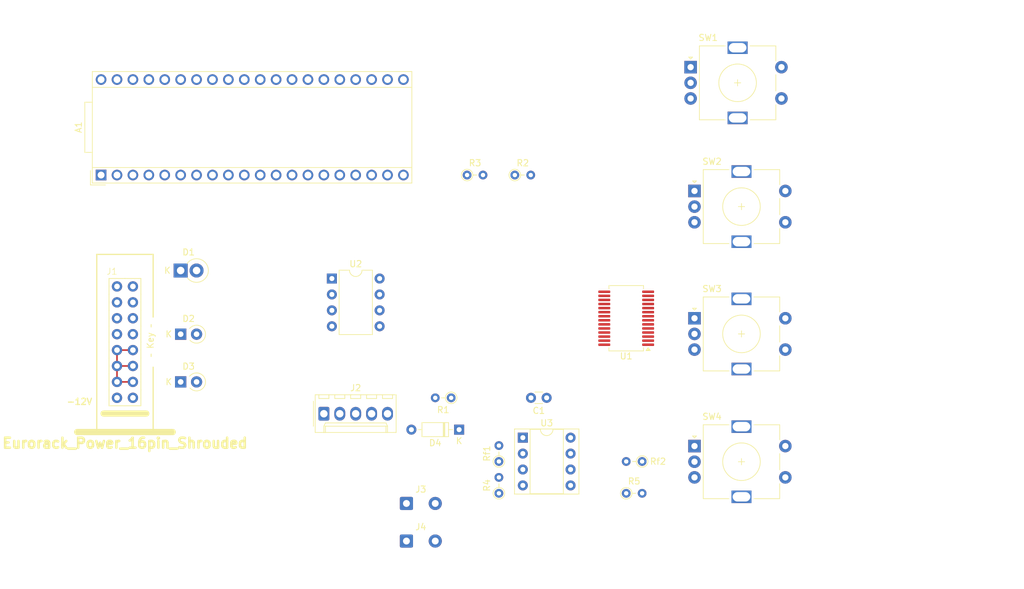
<source format=kicad_pcb>
(kicad_pcb (version 20241229) (generator "pcbnew") (generator_version "9.0")
  (layers (0 "F.Cu" signal) (2 "B.Cu" signal) (13 "F.Paste" user) (15 "B.Paste" user) (5 "F.SilkS" user "F.Silkscreen") (7 "B.SilkS" user "B.Silkscreen") (1 "F.Mask" user) (3 "B.Mask" user) (25 "Edge.Cuts" user))
  (net 0 "")
  (net 12 "Net-(A1-I2C1_SCL)")
  (net 13 "Net-(A1-I2C1_SDA)")
  (net 15 "/MIDI UART1")
  (net 18 "/Line_Audio L")
  (net 19 "/Line_Audio R")
  (net 20 "GND")
  (net 31 "/INT A")
  (net 32 "/INT B")
  (net 39 "+5V")
  (net 40 "/Euro Audio/12V+")
  (net 41 "/Euro Audio/GND")
  (net 42 "5V+")
  (net 43 "Net-(D1-K)")
  (net 44 "12V+")
  (net 45 "12V-")
  (net 46 "Net-(D2-K)")
  (net 47 "Net-(D4-K)")
  (net 48 "Net-(D4-A)")
  (net 49 "Net-(J1-P3)")
  (net 50 "Net-(J1-P1)")
  (net 54 "Net-(J2-Pad4)")
  (net 55 "Net-(R2-Pad2)")
  (net 56 "/UART 1 RX")
  (net 57 "/Line_Audio_L")
  (net 58 "Net-(U3A--)")
  (net 59 "Net-(U3B--)")
  (net 60 "/Line_Audio_R")
  (net 61 "/Euro Audio/Euro Out R")
  (net 62 "/Euro Audio/Euro Out L")
  (net 63 "Net-(U1-GPA7)")
  (net 64 "Net-(U1-GPB7)")
  (net 65 "Net-(U1-GPB3)")
  (net 66 "Net-(U1-GPA6)")
  (net 67 "Net-(U1-GPB6)")
  (net 68 "Net-(U1-GPB2)")
  (net 69 "Net-(U1-GPA5)")
  (net 70 "Net-(U1-GPB5)")
  (net 71 "Net-(U1-GPB1)")
  (net 72 "Net-(U1-GPA4)")
  (net 73 "Net-(U1-GPB4)")
  (net 74 "Net-(U1-GPB0)")
  (net 87 "/Euro Audio/12V-")
  (net 88 "Net-(D3-A)")
  (footprint "Diode_THT:D_DO-15_P2.54mm_Vertical_KathodeUp" (layer "F.Cu") (at 38.1 66.04)
    (property "Reference" "D1" (at 1.27 -2.92 0) (layer "F.SilkS"))
    (property "Value" "D")
    (fp_arc (start 1.025404 -1.12) (mid 4.423124 -0.047368) (end 1.083629 1.194732) (stroke (width 0.12)) (layer "F.SilkS"))
    (fp_text user "K" (at -2.12 0 0) (layer "F.SilkS"))
    (pad "1" thru_hole rect (at 0 0) (size 2.24 2.24) (drill 1.2) (layers "*.Cu" "*.Mask") (net 43 "Net-(D1-K)"))
    (pad "2" thru_hole oval (at 2.54 0) (size 2.24 2.24) (drill 1.2) (layers "*.Cu" "*.Mask") (net 42 "5V+"))
  )
  (footprint "Diode_THT:D_A-405_P2.54mm_Vertical_KathodeUp" (layer "F.Cu") (at 38.1 83.82)
    (property "Reference" "D3" (at 1.27 -2.47 0) (layer "F.SilkS"))
    (property "Value" "D")
    (fp_arc (start 1.426761 -0.9) (mid 3.970816 -0.045469) (end 1.48615 0.968866) (stroke (width 0.12)) (layer "F.SilkS"))
    (fp_text user "K" (at -1.9 0 0) (layer "F.SilkS"))
    (pad "1" thru_hole rect (at 0 0) (size 1.8 1.8) (drill 0.9) (layers "*.Cu" "*.Mask") (net 45 "12V-"))
    (pad "2" thru_hole oval (at 2.54 0) (size 1.8 1.8) (drill 0.9) (layers "*.Cu" "*.Mask") (net 88 "Net-(D3-A)"))
  )
  (footprint "Resistor_THT:R_Axial_DIN0204_L3.6mm_D1.6mm_P2.54mm_Vertical" (layer "F.Cu") (at 81.28 86.36 180)
    (property "Reference" "R1" (at 1.27 -1.92 0) (layer "F.SilkS"))
    (property "Value" "220")
    (fp_line (start 0.92 0) (end 1.54 0) (stroke (width 0.12)) (layer "F.SilkS"))
    (fp_circle (center 0 0) (end 0.92 0) (stroke (width 0.12)) (fill no) (layer "F.SilkS"))
    (pad "1" thru_hole circle (at 0 0 180) (size 1.4 1.4) (drill 0.7) (layers "*.Cu" "*.Mask") (net 47 "Net-(D4-K)"))
    (pad "2" thru_hole oval (at 2.54 0 180) (size 1.4 1.4) (drill 0.7) (layers "*.Cu" "*.Mask") (net 54 "Net-(J2-Pad4)"))
  )
  (footprint "Connector_Wire:SolderWire-0.5sqmm_1x02_P4.6mm_D0.9mm_OD2.1mm" (layer "F.Cu") (at 74.14 109.22)
    (property "Reference" "J4" (at 2.3 -2.25 0) (layer "F.SilkS"))
    (property "Value" "EuroAudioOutL")
    (pad "1" thru_hole roundrect (at 0 0) (size 2.1 2.1) (drill 1.1) (layers "*.Cu" "*.Mask") (roundrect_rratio 0.119048) (net 62 "/Euro Audio/Euro Out L"))
    (pad "2" thru_hole circle (at 4.6 0) (size 2.1 2.1) (drill 1.1) (layers "*.Cu" "*.Mask") (net 41 "/Euro Audio/GND"))
  )
  (footprint "Package_DIP:DIP-8_W7.62mm" (layer "F.Cu") (at 62.24 67.32)
    (property "Reference" "U2" (at 3.81 -2.33 0) (layer "F.SilkS"))
    (property "Value" "6N135")
    (fp_line (start 1.16 -1.33) (end 1.16 8.95) (stroke (width 0.12)) (layer "F.SilkS"))
    (fp_line (start 1.16 8.95) (end 6.46 8.95) (stroke (width 0.12)) (layer "F.SilkS"))
    (fp_line (start 2.81 -1.33) (end 1.16 -1.33) (stroke (width 0.12)) (layer "F.SilkS"))
    (fp_line (start 6.46 -1.33) (end 4.81 -1.33) (stroke (width 0.12)) (layer "F.SilkS"))
    (fp_line (start 6.46 8.95) (end 6.46 -1.33) (stroke (width 0.12)) (layer "F.SilkS"))
    (fp_arc (start 4.81 -1.33) (mid 3.81 -0.33) (end 2.81 -1.33) (stroke (width 0.12)) (layer "F.SilkS"))
    (pad "1" thru_hole rect (at 0 0) (size 1.6 1.6) (drill 0.8) (layers "*.Cu" "*.Mask"))
    (pad "2" thru_hole oval (at 0 2.54) (size 1.6 1.6) (drill 0.8) (layers "*.Cu" "*.Mask") (net 47 "Net-(D4-K)"))
    (pad "3" thru_hole oval (at 0 5.08) (size 1.6 1.6) (drill 0.8) (layers "*.Cu" "*.Mask") (net 48 "Net-(D4-A)"))
    (pad "4" thru_hole oval (at 0 7.62) (size 1.6 1.6) (drill 0.8) (layers "*.Cu" "*.Mask"))
    (pad "5" thru_hole oval (at 7.62 7.62) (size 1.6 1.6) (drill 0.8) (layers "*.Cu" "*.Mask") (net 20 "GND"))
    (pad "6" thru_hole oval (at 7.62 5.08) (size 1.6 1.6) (drill 0.8) (layers "*.Cu" "*.Mask") (net 56 "/UART 1 RX"))
    (pad "7" thru_hole oval (at 7.62 2.54) (size 1.6 1.6) (drill 0.8) (layers "*.Cu" "*.Mask") (net 55 "Net-(R2-Pad2)"))
    (pad "8" thru_hole oval (at 7.62 0) (size 1.6 1.6) (drill 0.8) (layers "*.Cu" "*.Mask") (net 42 "5V+"))
  )
  (footprint "Rotary_Encoder:RotaryEncoder_Alps_EC11E-Switch_Vertical_H20mm" (layer "F.Cu") (at 120.12 73.66)
    (property "Reference" "SW3" (at 2.8 -4.7 0) (layer "F.SilkS"))
    (property "Value" "Sustain")
    (fp_line (start -0.3 -1.6) (end 0.3 -1.6) (stroke (width 0.12)) (layer "F.SilkS"))
    (fp_line (start 0 -1.3) (end -0.3 -1.6) (stroke (width 0.12)) (layer "F.SilkS"))
    (fp_line (start 0.3 -1.6) (end 0 -1.3) (stroke (width 0.12)) (layer "F.SilkS"))
    (fp_line (start 1.4 -3.4) (end 1.4 8.4) (stroke (width 0.12)) (layer "F.SilkS"))
    (fp_line (start 5.5 -3.4) (end 1.4 -3.4) (stroke (width 0.12)) (layer "F.SilkS"))
    (fp_line (start 5.5 8.4) (end 1.4 8.4) (stroke (width 0.12)) (layer "F.SilkS"))
    (fp_line (start 7 2.5) (end 8 2.5) (stroke (width 0.12)) (layer "F.SilkS"))
    (fp_line (start 7.5 2) (end 7.5 3) (stroke (width 0.12)) (layer "F.SilkS"))
    (fp_line (start 9.5 -3.4) (end 13.6 -3.4) (stroke (width 0.12)) (layer "F.SilkS"))
    (fp_line (start 13.6 -3.4) (end 13.6 -1) (stroke (width 0.12)) (layer "F.SilkS"))
    (fp_line (start 13.6 1.2) (end 13.6 3.8) (stroke (width 0.12)) (layer "F.SilkS"))
    (fp_line (start 13.6 6) (end 13.6 8.4) (stroke (width 0.12)) (layer "F.SilkS"))
    (fp_line (start 13.6 8.4) (end 9.5 8.4) (stroke (width 0.12)) (layer "F.SilkS"))
    (fp_circle (center 7.5 2.5) (end 10.5 2.5) (stroke (width 0.12)) (fill no) (layer "F.SilkS"))
    (pad "A" thru_hole rect (at 0 0) (size 2 2) (drill 1) (layers "*.Cu" "*.Mask") (net 69 "Net-(U1-GPA5)"))
    (pad "B" thru_hole circle (at 0 5) (size 2 2) (drill 1) (layers "*.Cu" "*.Mask") (net 70 "Net-(U1-GPB5)"))
    (pad "C" thru_hole circle (at 0 2.5) (size 2 2) (drill 1) (layers "*.Cu" "*.Mask") (net 20 "GND"))
    (pad "MP" thru_hole rect (at 7.5 -3.1) (size 3.2 2) (drill oval 2.8 1.5) (layers "*.Cu" "*.Mask"))
    (pad "MP" thru_hole rect (at 7.5 8.1) (size 3.2 2) (drill oval 2.8 1.5) (layers "*.Cu" "*.Mask"))
    (pad "S1" thru_hole circle (at 14.5 5) (size 2 2) (drill 1) (layers "*.Cu" "*.Mask") (net 20 "GND"))
    (pad "S2" thru_hole circle (at 14.5 0) (size 2 2) (drill 1) (layers "*.Cu" "*.Mask") (net 71 "Net-(U1-GPB1)"))
  )
  (footprint "Rotary_Encoder:RotaryEncoder_Alps_EC11E-Switch_Vertical_H20mm" (layer "F.Cu") (at 119.5 33.58)
    (property "Reference" "SW1" (at 2.8 -4.7 0) (layer "F.SilkS"))
    (property "Value" "Attack")
    (fp_line (start -0.3 -1.6) (end 0.3 -1.6) (stroke (width 0.12)) (layer "F.SilkS"))
    (fp_line (start 0 -1.3) (end -0.3 -1.6) (stroke (width 0.12)) (layer "F.SilkS"))
    (fp_line (start 0.3 -1.6) (end 0 -1.3) (stroke (width 0.12)) (layer "F.SilkS"))
    (fp_line (start 1.4 -3.4) (end 1.4 8.4) (stroke (width 0.12)) (layer "F.SilkS"))
    (fp_line (start 5.5 -3.4) (end 1.4 -3.4) (stroke (width 0.12)) (layer "F.SilkS"))
    (fp_line (start 5.5 8.4) (end 1.4 8.4) (stroke (width 0.12)) (layer "F.SilkS"))
    (fp_line (start 7 2.5) (end 8 2.5) (stroke (width 0.12)) (layer "F.SilkS"))
    (fp_line (start 7.5 2) (end 7.5 3) (stroke (width 0.12)) (layer "F.SilkS"))
    (fp_line (start 9.5 -3.4) (end 13.6 -3.4) (stroke (width 0.12)) (layer "F.SilkS"))
    (fp_line (start 13.6 -3.4) (end 13.6 -1) (stroke (width 0.12)) (layer "F.SilkS"))
    (fp_line (start 13.6 1.2) (end 13.6 3.8) (stroke (width 0.12)) (layer "F.SilkS"))
    (fp_line (start 13.6 6) (end 13.6 8.4) (stroke (width 0.12)) (layer "F.SilkS"))
    (fp_line (start 13.6 8.4) (end 9.5 8.4) (stroke (width 0.12)) (layer "F.SilkS"))
    (fp_circle (center 7.5 2.5) (end 10.5 2.5) (stroke (width 0.12)) (fill no) (layer "F.SilkS"))
    (pad "A" thru_hole rect (at 0 0) (size 2 2) (drill 1) (layers "*.Cu" "*.Mask") (net 63 "Net-(U1-GPA7)"))
    (pad "B" thru_hole circle (at 0 5) (size 2 2) (drill 1) (layers "*.Cu" "*.Mask") (net 64 "Net-(U1-GPB7)"))
    (pad "C" thru_hole circle (at 0 2.5) (size 2 2) (drill 1) (layers "*.Cu" "*.Mask") (net 20 "GND"))
    (pad "MP" thru_hole rect (at 7.5 -3.1) (size 3.2 2) (drill oval 2.8 1.5) (layers "*.Cu" "*.Mask"))
    (pad "MP" thru_hole rect (at 7.5 8.1) (size 3.2 2) (drill oval 2.8 1.5) (layers "*.Cu" "*.Mask"))
    (pad "S1" thru_hole circle (at 14.5 5) (size 2 2) (drill 1) (layers "*.Cu" "*.Mask") (net 20 "GND"))
    (pad "S2" thru_hole circle (at 14.5 0) (size 2 2) (drill 1) (layers "*.Cu" "*.Mask") (net 65 "Net-(U1-GPB3)"))
  )
  (footprint "Package_DIP:DIP-8_W7.62mm_Socket" (layer "F.Cu") (at 92.72 92.72)
    (property "Reference" "U3" (at 3.81 -2.33 0) (layer "F.SilkS"))
    (property "Value" "TL072")
    (fp_line (start -1.33 -1.39) (end -1.33 9.01) (stroke (width 0.12)) (layer "F.SilkS"))
    (fp_line (start -1.33 9.01) (end 8.95 9.01) (stroke (width 0.12)) (layer "F.SilkS"))
    (fp_line (start 1.16 -1.33) (end 1.16 8.95) (stroke (width 0.12)) (layer "F.SilkS"))
    (fp_line (start 1.16 8.95) (end 6.46 8.95) (stroke (width 0.12)) (layer "F.SilkS"))
    (fp_line (start 2.81 -1.33) (end 1.16 -1.33) (stroke (width 0.12)) (layer "F.SilkS"))
    (fp_line (start 6.46 -1.33) (end 4.81 -1.33) (stroke (width 0.12)) (layer "F.SilkS"))
    (fp_line (start 6.46 8.95) (end 6.46 -1.33) (stroke (width 0.12)) (layer "F.SilkS"))
    (fp_line (start 8.95 -1.39) (end -1.33 -1.39) (stroke (width 0.12)) (layer "F.SilkS"))
    (fp_line (start 8.95 9.01) (end 8.95 -1.39) (stroke (width 0.12)) (layer "F.SilkS"))
    (fp_arc (start 4.81 -1.33) (mid 3.81 -0.33) (end 2.81 -1.33) (stroke (width 0.12)) (layer "F.SilkS"))
    (pad "1" thru_hole rect (at 0 0) (size 1.6 1.6) (drill 0.8) (layers "*.Cu" "*.Mask") (net 61 "/Euro Audio/Euro Out R"))
    (pad "2" thru_hole oval (at 0 2.54) (size 1.6 1.6) (drill 0.8) (layers "*.Cu" "*.Mask") (net 58 "Net-(U3A--)"))
    (pad "3" thru_hole oval (at 0 5.08) (size 1.6 1.6) (drill 0.8) (layers "*.Cu" "*.Mask") (net 41 "/Euro Audio/GND"))
    (pad "4" thru_hole oval (at 0 7.62) (size 1.6 1.6) (drill 0.8) (layers "*.Cu" "*.Mask") (net 87 "/Euro Audio/12V-"))
    (pad "5" thru_hole oval (at 7.62 7.62) (size 1.6 1.6) (drill 0.8) (layers "*.Cu" "*.Mask") (net 41 "/Euro Audio/GND"))
    (pad "6" thru_hole oval (at 7.62 5.08) (size 1.6 1.6) (drill 0.8) (layers "*.Cu" "*.Mask") (net 59 "Net-(U3B--)"))
    (pad "7" thru_hole oval (at 7.62 2.54) (size 1.6 1.6) (drill 0.8) (layers "*.Cu" "*.Mask") (net 62 "/Euro Audio/Euro Out L"))
    (pad "8" thru_hole oval (at 7.62 0) (size 1.6 1.6) (drill 0.8) (layers "*.Cu" "*.Mask") (net 40 "/Euro Audio/12V+"))
  )
  (footprint "Capacitor_THT:C_Disc_D3.0mm_W1.6mm_P2.50mm" (layer "F.Cu") (at 96.52 86.36 180)
    (property "Reference" "C1" (at 1.25 -2.05 0) (layer "F.SilkS"))
    (property "Value" "1u")
    (fp_line (start 0.621 0.92) (end 1.879 0.92) (stroke (width 0.12)) (layer "F.SilkS"))
    (fp_line (start 0.621 -0.92) (end 1.879 -0.92) (stroke (width 0.12)) (layer "F.SilkS"))
    (pad "1" thru_hole circle (at 0 0 180) (size 1.6 1.6) (drill 0.8) (layers "*.Cu" "*.Mask") (net 40 "/Euro Audio/12V+"))
    (pad "2" thru_hole circle (at 2.5 0 180) (size 1.6 1.6) (drill 0.8) (layers "*.Cu" "*.Mask") (net 41 "/Euro Audio/GND"))
  )
  (footprint "Diode_THT:D_DO-35_SOD27_P7.62mm_Horizontal" (layer "F.Cu") (at 82.55 91.44 180)
    (property "Reference" "D4" (at 3.81 -2.12 0) (layer "F.SilkS"))
    (property "Value" "1N914")
    (fp_line (start 6.58 0) (end 5.93 0) (stroke (width 0.12)) (layer "F.SilkS"))
    (fp_line (start 5.93 1.12) (end 5.93 -1.12) (stroke (width 0.12)) (layer "F.SilkS"))
    (fp_line (start 5.93 -1.12) (end 1.69 -1.12) (stroke (width 0.12)) (layer "F.SilkS"))
    (fp_line (start 2.53 -1.12) (end 2.53 1.12) (stroke (width 0.12)) (layer "F.SilkS"))
    (fp_line (start 2.41 -1.12) (end 2.41 1.12) (stroke (width 0.12)) (layer "F.SilkS"))
    (fp_line (start 2.29 -1.12) (end 2.29 1.12) (stroke (width 0.12)) (layer "F.SilkS"))
    (fp_line (start 1.69 1.12) (end 5.93 1.12) (stroke (width 0.12)) (layer "F.SilkS"))
    (fp_line (start 1.69 -1.12) (end 1.69 1.12) (stroke (width 0.12)) (layer "F.SilkS"))
    (fp_line (start 1.04 0) (end 1.69 0) (stroke (width 0.12)) (layer "F.SilkS"))
    (fp_text user "K" (at 0 -1.8 0) (layer "F.SilkS"))
    (pad "1" thru_hole rect (at 0 0 180) (size 1.6 1.6) (drill 0.8) (layers "*.Cu" "*.Mask") (net 47 "Net-(D4-K)"))
    (pad "2" thru_hole oval (at 7.62 0 180) (size 1.6 1.6) (drill 0.8) (layers "*.Cu" "*.Mask") (net 48 "Net-(D4-A)"))
  )
  (footprint "Rotary_Encoder:RotaryEncoder_Alps_EC11E-Switch_Vertical_H20mm" (layer "F.Cu") (at 120.12 94.06)
    (property "Reference" "SW4" (at 2.8 -4.7 0) (layer "F.SilkS"))
    (property "Value" "Release")
    (fp_line (start -0.3 -1.6) (end 0.3 -1.6) (stroke (width 0.12)) (layer "F.SilkS"))
    (fp_line (start 0 -1.3) (end -0.3 -1.6) (stroke (width 0.12)) (layer "F.SilkS"))
    (fp_line (start 0.3 -1.6) (end 0 -1.3) (stroke (width 0.12)) (layer "F.SilkS"))
    (fp_line (start 1.4 -3.4) (end 1.4 8.4) (stroke (width 0.12)) (layer "F.SilkS"))
    (fp_line (start 5.5 -3.4) (end 1.4 -3.4) (stroke (width 0.12)) (layer "F.SilkS"))
    (fp_line (start 5.5 8.4) (end 1.4 8.4) (stroke (width 0.12)) (layer "F.SilkS"))
    (fp_line (start 7 2.5) (end 8 2.5) (stroke (width 0.12)) (layer "F.SilkS"))
    (fp_line (start 7.5 2) (end 7.5 3) (stroke (width 0.12)) (layer "F.SilkS"))
    (fp_line (start 9.5 -3.4) (end 13.6 -3.4) (stroke (width 0.12)) (layer "F.SilkS"))
    (fp_line (start 13.6 -3.4) (end 13.6 -1) (stroke (width 0.12)) (layer "F.SilkS"))
    (fp_line (start 13.6 1.2) (end 13.6 3.8) (stroke (width 0.12)) (layer "F.SilkS"))
    (fp_line (start 13.6 6) (end 13.6 8.4) (stroke (width 0.12)) (layer "F.SilkS"))
    (fp_line (start 13.6 8.4) (end 9.5 8.4) (stroke (width 0.12)) (layer "F.SilkS"))
    (fp_circle (center 7.5 2.5) (end 10.5 2.5) (stroke (width 0.12)) (fill no) (layer "F.SilkS"))
    (pad "A" thru_hole rect (at 0 0) (size 2 2) (drill 1) (layers "*.Cu" "*.Mask") (net 72 "Net-(U1-GPA4)"))
    (pad "B" thru_hole circle (at 0 5) (size 2 2) (drill 1) (layers "*.Cu" "*.Mask") (net 73 "Net-(U1-GPB4)"))
    (pad "C" thru_hole circle (at 0 2.5) (size 2 2) (drill 1) (layers "*.Cu" "*.Mask") (net 20 "GND"))
    (pad "MP" thru_hole rect (at 7.5 -3.1) (size 3.2 2) (drill oval 2.8 1.5) (layers "*.Cu" "*.Mask"))
    (pad "MP" thru_hole rect (at 7.5 8.1) (size 3.2 2) (drill oval 2.8 1.5) (layers "*.Cu" "*.Mask"))
    (pad "S1" thru_hole circle (at 14.5 5) (size 2 2) (drill 1) (layers "*.Cu" "*.Mask") (net 20 "GND"))
    (pad "S2" thru_hole circle (at 14.5 0) (size 2 2) (drill 1) (layers "*.Cu" "*.Mask") (net 74 "Net-(U1-GPB0)"))
  )
  (footprint "Package_SO:SSOP-28_5.3x10.2mm_P0.65mm" (layer "F.Cu") (at 109.22 73.66 180)
    (property "Reference" "U1" (at 0 -6.05 180) (layer "F.SilkS"))
    (property "Value" "MCP23017_SS")
    (fp_line (start 2.76 5.21) (end -2.76 5.21) (stroke (width 0.12)) (layer "F.SilkS"))
    (fp_line (start 2.76 4.685) (end 2.76 5.21) (stroke (width 0.12)) (layer "F.SilkS"))
    (fp_line (start 2.76 -5.21) (end 2.76 -4.685) (stroke (width 0.12)) (layer "F.SilkS"))
    (fp_line (start -2.76 5.21) (end -2.76 4.685) (stroke (width 0.12)) (layer "F.SilkS"))
    (fp_line (start -2.76 -4.685) (end -2.76 -5.21) (stroke (width 0.12)) (layer "F.SilkS"))
    (fp_line (start -2.76 -5.21) (end 2.76 -5.21) (stroke (width 0.12)) (layer "F.SilkS"))
    (fp_poly (pts (xy -3.5 -4.69) (xy -3.84 -5.16) (xy -3.16 -5.16)) (stroke (width 0.12)) (fill yes) (layer "F.SilkS"))
    (pad "1" smd roundrect (at -3.5 -4.225 180) (size 1.9 0.4) (layers "F.Cu" "F.Mask" "F.Paste") (net 74 "Net-(U1-GPB0)"))
    (pad "2" smd roundrect (at -3.5 -3.575 180) (size 1.9 0.4) (layers "F.Cu" "F.Mask" "F.Paste") (net 71 "Net-(U1-GPB1)"))
    (pad "3" smd roundrect (at -3.5 -2.925 180) (size 1.9 0.4) (layers "F.Cu" "F.Mask" "F.Paste") (net 68 "Net-(U1-GPB2)"))
    (pad "4" smd roundrect (at -3.5 -2.275 180) (size 1.9 0.4) (layers "F.Cu" "F.Mask" "F.Paste") (net 65 "Net-(U1-GPB3)"))
    (pad "5" smd roundrect (at -3.5 -1.625 180) (size 1.9 0.4) (layers "F.Cu" "F.Mask" "F.Paste") (net 73 "Net-(U1-GPB4)"))
    (pad "6" smd roundrect (at -3.5 -0.975 180) (size 1.9 0.4) (layers "F.Cu" "F.Mask" "F.Paste") (net 70 "Net-(U1-GPB5)"))
    (pad "7" smd roundrect (at -3.5 -0.325 180) (size 1.9 0.4) (layers "F.Cu" "F.Mask" "F.Paste") (net 67 "Net-(U1-GPB6)"))
    (pad "8" smd roundrect (at -3.5 0.325 180) (size 1.9 0.4) (layers "F.Cu" "F.Mask" "F.Paste") (net 64 "Net-(U1-GPB7)"))
    (pad "9" smd roundrect (at -3.5 0.975 180) (size 1.9 0.4) (layers "F.Cu" "F.Mask" "F.Paste") (net 20 "GND"))
    (pad "10" smd roundrect (at -3.5 1.625 180) (size 1.9 0.4) (layers "F.Cu" "F.Mask" "F.Paste") (net 42 "5V+"))
    (pad "11" smd roundrect (at -3.5 2.275 180) (size 1.9 0.4) (layers "F.Cu" "F.Mask" "F.Paste"))
    (pad "12" smd roundrect (at -3.5 2.925 180) (size 1.9 0.4) (layers "F.Cu" "F.Mask" "F.Paste") (net 12 "Net-(A1-I2C1_SCL)"))
    (pad "13" smd roundrect (at -3.5 3.575 180) (size 1.9 0.4) (layers "F.Cu" "F.Mask" "F.Paste") (net 13 "Net-(A1-I2C1_SDA)"))
    (pad "14" smd roundrect (at -3.5 4.225 180) (size 1.9 0.4) (layers "F.Cu" "F.Mask" "F.Paste"))
    (pad "15" smd roundrect (at 3.5 4.225 180) (size 1.9 0.4) (layers "F.Cu" "F.Mask" "F.Paste"))
    (pad "16" smd roundrect (at 3.5 3.575 180) (size 1.9 0.4) (layers "F.Cu" "F.Mask" "F.Paste"))
    (pad "17" smd roundrect (at 3.5 2.925 180) (size 1.9 0.4) (layers "F.Cu" "F.Mask" "F.Paste"))
    (pad "18" smd roundrect (at 3.5 2.275 180) (size 1.9 0.4) (layers "F.Cu" "F.Mask" "F.Paste"))
    (pad "19" smd roundrect (at 3.5 1.625 180) (size 1.9 0.4) (layers "F.Cu" "F.Mask" "F.Paste") (net 31 "/INT A"))
    (pad "20" smd roundrect (at 3.5 0.975 180) (size 1.9 0.4) (layers "F.Cu" "F.Mask" "F.Paste") (net 32 "/INT B"))
    (pad "21" smd roundrect (at 3.5 0.325 180) (size 1.9 0.4) (layers "F.Cu" "F.Mask" "F.Paste"))
    (pad "22" smd roundrect (at 3.5 -0.325 180) (size 1.9 0.4) (layers "F.Cu" "F.Mask" "F.Paste"))
    (pad "23" smd roundrect (at 3.5 -0.975 180) (size 1.9 0.4) (layers "F.Cu" "F.Mask" "F.Paste"))
    (pad "24" smd roundrect (at 3.5 -1.625 180) (size 1.9 0.4) (layers "F.Cu" "F.Mask" "F.Paste"))
    (pad "25" smd roundrect (at 3.5 -2.275 180) (size 1.9 0.4) (layers "F.Cu" "F.Mask" "F.Paste") (net 72 "Net-(U1-GPA4)"))
    (pad "26" smd roundrect (at 3.5 -2.925 180) (size 1.9 0.4) (layers "F.Cu" "F.Mask" "F.Paste") (net 69 "Net-(U1-GPA5)"))
    (pad "27" smd roundrect (at 3.5 -3.575 180) (size 1.9 0.4) (layers "F.Cu" "F.Mask" "F.Paste") (net 66 "Net-(U1-GPA6)"))
    (pad "28" smd roundrect (at 3.5 -4.225 180) (size 1.9 0.4) (layers "F.Cu" "F.Mask" "F.Paste") (net 63 "Net-(U1-GPA7)"))
  )
  (footprint "Diode_THT:D_A-405_P2.54mm_Vertical_KathodeUp" (layer "F.Cu") (at 38.1 76.2)
    (property "Reference" "D2" (at 1.27 -2.47 0) (layer "F.SilkS"))
    (property "Value" "D")
    (fp_arc (start 1.426761 -0.9) (mid 3.970816 -0.045469) (end 1.48615 0.968866) (stroke (width 0.12)) (layer "F.SilkS"))
    (fp_text user "K" (at -1.9 0 0) (layer "F.SilkS"))
    (pad "1" thru_hole rect (at 0 0) (size 1.8 1.8) (drill 0.9) (layers "*.Cu" "*.Mask") (net 46 "Net-(D2-K)"))
    (pad "2" thru_hole oval (at 2.54 0) (size 1.8 1.8) (drill 0.9) (layers "*.Cu" "*.Mask") (net 44 "12V+"))
  )
  (footprint "Resistor_THT:R_Axial_DIN0204_L3.6mm_D1.6mm_P2.54mm_Vertical" (layer "F.Cu") (at 109.22 101.6)
    (property "Reference" "R5" (at 1.27 -1.92 0) (layer "F.SilkS"))
    (property "Value" "1k")
    (fp_line (start 0.92 0) (end 1.54 0) (stroke (width 0.12)) (layer "F.SilkS"))
    (fp_circle (center 0 0) (end 0.92 0) (stroke (width 0.12)) (fill no) (layer "F.SilkS"))
    (pad "1" thru_hole circle (at 0 0) (size 1.4 1.4) (drill 0.7) (layers "*.Cu" "*.Mask") (net 59 "Net-(U3B--)"))
    (pad "2" thru_hole oval (at 2.54 0) (size 1.4 1.4) (drill 0.7) (layers "*.Cu" "*.Mask") (net 60 "/Line_Audio_R"))
  )
  (footprint "Connector_Wire:SolderWire-0.5sqmm_1x02_P4.6mm_D0.9mm_OD2.1mm" (layer "F.Cu") (at 74.14 103.22)
    (property "Reference" "J3" (at 2.3 -2.25 0) (layer "F.SilkS"))
    (property "Value" "EuroAudioOutR")
    (pad "1" thru_hole roundrect (at 0 0) (size 2.1 2.1) (drill 1.1) (layers "*.Cu" "*.Mask") (roundrect_rratio 0.119048) (net 61 "/Euro Audio/Euro Out R"))
    (pad "2" thru_hole circle (at 4.6 0) (size 2.1 2.1) (drill 1.1) (layers "*.Cu" "*.Mask") (net 41 "/Euro Audio/GND"))
  )
  (footprint "Resistor_THT:R_Axial_DIN0204_L3.6mm_D1.6mm_P2.54mm_Vertical" (layer "F.Cu") (at 88.9 96.52 90)
    (property "Reference" "Rf1" (at 1.27 -1.92 90) (layer "F.SilkS"))
    (property "Value" "9.5k")
    (fp_line (start 0.92 0) (end 1.54 0) (stroke (width 0.12)) (layer "F.SilkS"))
    (fp_circle (center 0 0) (end 0.92 0) (stroke (width 0.12)) (fill no) (layer "F.SilkS"))
    (pad "1" thru_hole circle (at 0 0 90) (size 1.4 1.4) (drill 0.7) (layers "*.Cu" "*.Mask") (net 58 "Net-(U3A--)"))
    (pad "2" thru_hole oval (at 2.54 0 90) (size 1.4 1.4) (drill 0.7) (layers "*.Cu" "*.Mask") (net 61 "/Euro Audio/Euro Out R"))
  )
  (footprint "Resistor_THT:R_Axial_DIN0204_L3.6mm_D1.6mm_P2.54mm_Vertical" (layer "F.Cu") (at 111.76 96.52 180)
    (property "Reference" "Rf2" (at -2.54 0 0) (layer "F.SilkS"))
    (property "Value" "9.5k")
    (fp_line (start 0.92 0) (end 1.54 0) (stroke (width 0.12)) (layer "F.SilkS"))
    (fp_circle (center 0 0) (end 0.92 0) (stroke (width 0.12)) (fill no) (layer "F.SilkS"))
    (pad "1" thru_hole circle (at 0 0 180) (size 1.4 1.4) (drill 0.7) (layers "*.Cu" "*.Mask") (net 59 "Net-(U3B--)"))
    (pad "2" thru_hole oval (at 2.54 0 180) (size 1.4 1.4) (drill 0.7) (layers "*.Cu" "*.Mask") (net 62 "/Euro Audio/Euro Out L"))
  )
  (footprint "Rotary_Encoder:RotaryEncoder_Alps_EC11E-Switch_Vertical_H20mm" (layer "F.Cu") (at 120.12 53.34)
    (property "Reference" "SW2" (at 2.8 -4.7 0) (layer "F.SilkS"))
    (property "Value" "Decay")
    (fp_line (start -0.3 -1.6) (end 0.3 -1.6) (stroke (width 0.12)) (layer "F.SilkS"))
    (fp_line (start 0 -1.3) (end -0.3 -1.6) (stroke (width 0.12)) (layer "F.SilkS"))
    (fp_line (start 0.3 -1.6) (end 0 -1.3) (stroke (width 0.12)) (layer "F.SilkS"))
    (fp_line (start 1.4 -3.4) (end 1.4 8.4) (stroke (width 0.12)) (layer "F.SilkS"))
    (fp_line (start 5.5 -3.4) (end 1.4 -3.4) (stroke (width 0.12)) (layer "F.SilkS"))
    (fp_line (start 5.5 8.4) (end 1.4 8.4) (stroke (width 0.12)) (layer "F.SilkS"))
    (fp_line (start 7 2.5) (end 8 2.5) (stroke (width 0.12)) (layer "F.SilkS"))
    (fp_line (start 7.5 2) (end 7.5 3) (stroke (width 0.12)) (layer "F.SilkS"))
    (fp_line (start 9.5 -3.4) (end 13.6 -3.4) (stroke (width 0.12)) (layer "F.SilkS"))
    (fp_line (start 13.6 -3.4) (end 13.6 -1) (stroke (width 0.12)) (layer "F.SilkS"))
    (fp_line (start 13.6 1.2) (end 13.6 3.8) (stroke (width 0.12)) (layer "F.SilkS"))
    (fp_line (start 13.6 6) (end 13.6 8.4) (stroke (width 0.12)) (layer "F.SilkS"))
    (fp_line (start 13.6 8.4) (end 9.5 8.4) (stroke (width 0.12)) (layer "F.SilkS"))
    (fp_circle (center 7.5 2.5) (end 10.5 2.5) (stroke (width 0.12)) (fill no) (layer "F.SilkS"))
    (pad "A" thru_hole rect (at 0 0) (size 2 2) (drill 1) (layers "*.Cu" "*.Mask") (net 66 "Net-(U1-GPA6)"))
    (pad "B" thru_hole circle (at 0 5) (size 2 2) (drill 1) (layers "*.Cu" "*.Mask") (net 67 "Net-(U1-GPB6)"))
    (pad "C" thru_hole circle (at 0 2.5) (size 2 2) (drill 1) (layers "*.Cu" "*.Mask") (net 20 "GND"))
    (pad "MP" thru_hole rect (at 7.5 -3.1) (size 3.2 2) (drill oval 2.8 1.5) (layers "*.Cu" "*.Mask"))
    (pad "MP" thru_hole rect (at 7.5 8.1) (size 3.2 2) (drill oval 2.8 1.5) (layers "*.Cu" "*.Mask"))
    (pad "S1" thru_hole circle (at 14.5 5) (size 2 2) (drill 1) (layers "*.Cu" "*.Mask") (net 20 "GND"))
    (pad "S2" thru_hole circle (at 14.5 0) (size 2 2) (drill 1) (layers "*.Cu" "*.Mask") (net 68 "Net-(U1-GPB2)"))
  )
  (footprint "Module:Electrosmith_Daisy_Seed" (layer "F.Cu") (at 25.4 50.8 90)
    (property "Reference" "A1" (at 7.62 -3.6 90) (layer "F.SilkS"))
    (property "Value" "Electrosmith_Daisy_Seed_Rev4")
    (fp_line (start 11.62 -2.6) (end 11.62 -1.4) (stroke (width 0.12)) (layer "F.SilkS"))
    (fp_line (start 3.62 -2.6) (end 11.62 -2.6) (stroke (width 0.12)) (layer "F.SilkS"))
    (fp_line (start 0.72 -1.7) (end -1.58 -1.7) (stroke (width 0.12)) (layer "F.SilkS"))
    (fp_line (start -1.58 -1.7) (end -1.58 0.7) (stroke (width 0.12)) (layer "F.SilkS"))
    (fp_line (start 16.52 -1.4) (end 16.52 49.6) (stroke (width 0.12)) (layer "F.SilkS"))
    (fp_line (start 14 -1.4) (end 14 49.6) (stroke (width 0.12)) (layer "F.SilkS"))
    (fp_line (start 3.62 -1.4) (end 3.62 -2.6) (stroke (width 0.12)) (layer "F.SilkS"))
    (fp_line (start 1.2 -1.4) (end 1.2 49.6) (stroke (width 0.12)) (layer "F.SilkS"))
    (fp_line (start -1.28 -1.4) (end 16.52 -1.4) (stroke (width 0.12)) (layer "F.SilkS"))
    (fp_line (start 16.52 49.6) (end -1.28 49.6) (stroke (width 0.12)) (layer "F.SilkS"))
    (fp_line (start -1.28 49.6) (end -1.28 -1.4) (stroke (width 0.12)) (layer "F.SilkS"))
    (pad "1" thru_hole rect (at 0 0 90) (size 1.7 1.7) (drill 1.1) (layers "*.Cu" "*.Mask"))
    (pad "2" thru_hole circle (at 0 2.54 90) (size 1.7 1.7) (drill 1.1) (layers "*.Cu" "*.Mask"))
    (pad "3" thru_hole circle (at 0 5.08 90) (size 1.7 1.7) (drill 1.1) (layers "*.Cu" "*.Mask"))
    (pad "4" thru_hole circle (at 0 7.62 90) (size 1.7 1.7) (drill 1.1) (layers "*.Cu" "*.Mask"))
    (pad "5" thru_hole circle (at 0 10.16 90) (size 1.7 1.7) (drill 1.1) (layers "*.Cu" "*.Mask"))
    (pad "6" thru_hole circle (at 0 12.7 90) (size 1.7 1.7) (drill 1.1) (layers "*.Cu" "*.Mask"))
    (pad "7" thru_hole circle (at 0 15.24 90) (size 1.7 1.7) (drill 1.1) (layers "*.Cu" "*.Mask"))
    (pad "8" thru_hole circle (at 0 17.78 90) (size 1.7 1.7) (drill 1.1) (layers "*.Cu" "*.Mask"))
    (pad "9" thru_hole circle (at 0 20.32 90) (size 1.7 1.7) (drill 1.1) (layers "*.Cu" "*.Mask"))
    (pad "10" thru_hole circle (at 0 22.86 90) (size 1.7 1.7) (drill 1.1) (layers "*.Cu" "*.Mask"))
    (pad "11" thru_hole circle (at 0 25.4 90) (size 1.7 1.7) (drill 1.1) (layers "*.Cu" "*.Mask"))
    (pad "12" thru_hole circle (at 0 27.94 90) (size 1.7 1.7) (drill 1.1) (layers "*.Cu" "*.Mask") (net 12 "Net-(A1-I2C1_SCL)"))
    (pad "13" thru_hole circle (at 0 30.48 90) (size 1.7 1.7) (drill 1.1) (layers "*.Cu" "*.Mask") (net 13 "Net-(A1-I2C1_SDA)"))
    (pad "14" thru_hole circle (at 0 33.02 90) (size 1.7 1.7) (drill 1.1) (layers "*.Cu" "*.Mask"))
    (pad "15" thru_hole circle (at 0 35.56 90) (size 1.7 1.7) (drill 1.1) (layers "*.Cu" "*.Mask") (net 15 "/MIDI UART1"))
    (pad "16" thru_hole circle (at 0 38.1 90) (size 1.7 1.7) (drill 1.1) (layers "*.Cu" "*.Mask"))
    (pad "17" thru_hole circle (at 0 40.64 90) (size 1.7 1.7) (drill 1.1) (layers "*.Cu" "*.Mask"))
    (pad "18" thru_hole circle (at 0 43.18 90) (size 1.7 1.7) (drill 1.1) (layers "*.Cu" "*.Mask") (net 18 "/Line_Audio L"))
    (pad "19" thru_hole circle (at 0 45.72 90) (size 1.7 1.7) (drill 1.1) (layers "*.Cu" "*.Mask") (net 19 "/Line_Audio R"))
    (pad "20" thru_hole circle (at 0 48.26 90) (size 1.7 1.7) (drill 1.1) (layers "*.Cu" "*.Mask") (net 20 "GND"))
    (pad "21" thru_hole circle (at 15.24 48.26 90) (size 1.7 1.7) (drill 1.1) (layers "*.Cu" "*.Mask"))
    (pad "22" thru_hole circle (at 15.24 45.72 90) (size 1.7 1.7) (drill 1.1) (layers "*.Cu" "*.Mask"))
    (pad "23" thru_hole circle (at 15.24 43.18 90) (size 1.7 1.7) (drill 1.1) (layers "*.Cu" "*.Mask"))
    (pad "24" thru_hole circle (at 15.24 40.64 90) (size 1.7 1.7) (drill 1.1) (layers "*.Cu" "*.Mask"))
    (pad "25" thru_hole circle (at 15.24 38.1 90) (size 1.7 1.7) (drill 1.1) (layers "*.Cu" "*.Mask"))
    (pad "26" thru_hole circle (at 15.24 35.56 90) (size 1.7 1.7) (drill 1.1) (layers "*.Cu" "*.Mask"))
    (pad "27" thru_hole circle (at 15.24 33.02 90) (size 1.7 1.7) (drill 1.1) (layers "*.Cu" "*.Mask"))
    (pad "28" thru_hole circle (at 15.24 30.48 90) (size 1.7 1.7) (drill 1.1) (layers "*.Cu" "*.Mask"))
    (pad "29" thru_hole circle (at 15.24 27.94 90) (size 1.7 1.7) (drill 1.1) (layers "*.Cu" "*.Mask"))
    (pad "30" thru_hole circle (at 15.24 25.4 90) (size 1.7 1.7) (drill 1.1) (layers "*.Cu" "*.Mask"))
    (pad "31" thru_hole circle (at 15.24 22.86 90) (size 1.7 1.7) (drill 1.1) (layers "*.Cu" "*.Mask") (net 31 "/INT A"))
    (pad "32" thru_hole circle (at 15.24 20.32 90) (size 1.7 1.7) (drill 1.1) (layers "*.Cu" "*.Mask") (net 32 "/INT B"))
    (pad "33" thru_hole circle (at 15.24 17.78 90) (size 1.7 1.7) (drill 1.1) (layers "*.Cu" "*.Mask"))
    (pad "34" thru_hole circle (at 15.24 15.24 90) (size 1.7 1.7) (drill 1.1) (layers "*.Cu" "*.Mask"))
    (pad "35" thru_hole circle (at 15.24 12.7 90) (size 1.7 1.7) (drill 1.1) (layers "*.Cu" "*.Mask"))
    (pad "36" thru_hole circle (at 15.24 10.16 90) (size 1.7 1.7) (drill 1.1) (layers "*.Cu" "*.Mask"))
    (pad "37" thru_hole circle (at 15.24 7.62 90) (size 1.7 1.7) (drill 1.1) (layers "*.Cu" "*.Mask"))
    (pad "38" thru_hole circle (at 15.24 5.08 90) (size 1.7 1.7) (drill 1.1) (layers "*.Cu" "*.Mask"))
    (pad "39" thru_hole circle (at 15.24 2.54 90) (size 1.7 1.7) (drill 1.1) (layers "*.Cu" "*.Mask") (net 39 "+5V"))
    (pad "40" thru_hole circle (at 15.24 0 90) (size 1.7 1.7) (drill 1.1) (layers "*.Cu" "*.Mask") (net 20 "GND"))
  )
  (footprint "Connector_Molex:Molex_KK-254_AE-6410-05A_1x05_P2.54mm_Vertical" (layer "F.Cu") (at 60.96 88.9)
    (property "Reference" "J2" (at 5.08 -4.12 0) (layer "F.SilkS"))
    (property "Value" "MIDI IN")
    (fp_line (start -1.67 -2) (end -1.67 2) (stroke (width 0.12)) (layer "F.SilkS"))
    (fp_line (start -1.38 -3.03) (end -1.38 2.99) (stroke (width 0.12)) (layer "F.SilkS"))
    (fp_line (start -1.38 2.99) (end 11.54 2.99) (stroke (width 0.12)) (layer "F.SilkS"))
    (fp_line (start -0.8 -3.03) (end -0.8 -2.43) (stroke (width 0.12)) (layer "F.SilkS"))
    (fp_line (start -0.8 -2.43) (end 0.8 -2.43) (stroke (width 0.12)) (layer "F.SilkS"))
    (fp_line (start 0 1.99) (end 0.25 1.46) (stroke (width 0.12)) (layer "F.SilkS"))
    (fp_line (start 0 1.99) (end 10.16 1.99) (stroke (width 0.12)) (layer "F.SilkS"))
    (fp_line (start 0 2.99) (end 0 1.99) (stroke (width 0.12)) (layer "F.SilkS"))
    (fp_line (start 0.25 1.46) (end 9.91 1.46) (stroke (width 0.12)) (layer "F.SilkS"))
    (fp_line (start 0.25 2.99) (end 0.25 1.99) (stroke (width 0.12)) (layer "F.SilkS"))
    (fp_line (start 0.8 -2.43) (end 0.8 -3.03) (stroke (width 0.12)) (layer "F.SilkS"))
    (fp_line (start 1.74 -3.03) (end 1.74 -2.43) (stroke (width 0.12)) (layer "F.SilkS"))
    (fp_line (start 1.74 -2.43) (end 3.34 -2.43) (stroke (width 0.12)) (layer "F.SilkS"))
    (fp_line (start 3.34 -2.43) (end 3.34 -3.03) (stroke (width 0.12)) (layer "F.SilkS"))
    (fp_line (start 4.28 -3.03) (end 4.28 -2.43) (stroke (width 0.12)) (layer "F.SilkS"))
    (fp_line (start 4.28 -2.43) (end 5.88 -2.43) (stroke (width 0.12)) (layer "F.SilkS"))
    (fp_line (start 5.88 -2.43) (end 5.88 -3.03) (stroke (width 0.12)) (layer "F.SilkS"))
    (fp_line (start 6.82 -3.03) (end 6.82 -2.43) (stroke (width 0.12)) (layer "F.SilkS"))
    (fp_line (start 6.82 -2.43) (end 8.42 -2.43) (stroke (width 0.12)) (layer "F.SilkS"))
    (fp_line (start 8.42 -2.43) (end 8.42 -3.03) (stroke (width 0.12)) (layer "F.SilkS"))
    (fp_line (start 9.36 -3.03) (end 9.36 -2.43) (stroke (width 0.12)) (layer "F.SilkS"))
    (fp_line (start 9.36 -2.43) (end 10.96 -2.43) (stroke (width 0.12)) (layer "F.SilkS"))
    (fp_line (start 9.91 1.46) (end 10.16 1.99) (stroke (width 0.12)) (layer "F.SilkS"))
    (fp_line (start 9.91 2.99) (end 9.91 1.99) (stroke (width 0.12)) (layer "F.SilkS"))
    (fp_line (start 10.16 1.99) (end 10.16 2.99) (stroke (width 0.12)) (layer "F.SilkS"))
    (fp_line (start 10.96 -2.43) (end 10.96 -3.03) (stroke (width 0.12)) (layer "F.SilkS"))
    (fp_line (start 11.54 -3.03) (end -1.38 -3.03) (stroke (width 0.12)) (layer "F.SilkS"))
    (fp_line (start 11.54 2.99) (end 11.54 -3.03) (stroke (width 0.12)) (layer "F.SilkS"))
    (pad "1" thru_hole roundrect (at 0 0) (size 1.74 2.19) (drill 1.19) (layers "*.Cu" "*.Mask") (roundrect_rratio 0.143678))
    (pad "2" thru_hole oval (at 2.54 0) (size 1.74 2.19) (drill 1.19) (layers "*.Cu" "*.Mask"))
    (pad "3" thru_hole oval (at 5.08 0) (size 1.74 2.19) (drill 1.19) (layers "*.Cu" "*.Mask"))
    (pad "4" thru_hole oval (at 7.62 0) (size 1.74 2.19) (drill 1.19) (layers "*.Cu" "*.Mask") (net 54 "Net-(J2-Pad4)"))
    (pad "5" thru_hole oval (at 10.16 0) (size 1.74 2.19) (drill 1.19) (layers "*.Cu" "*.Mask") (net 48 "Net-(D4-A)"))
  )
  (footprint "4ms_Connector:Pins_2x08_2.54mm_TH_EuroPower_Shrouded" (layer "F.Cu") (at 29.21 77.47)
    (property "Reference" "J1" (at -3 -10.7 0) (layer "F.SilkS") (effects (font (thickness 0.1016)) (justify left bottom)))
    (property "Value" "Eurorack_Power_16pin_Shrouded" (at 0 16.129 0) (layer "F.SilkS") (effects (font (size 1.6 1.6) (thickness 0.4))))
    (fp_line (start -7.62 14.351) (end 7.62 14.351) (stroke (width 1)) (layer "F.SilkS"))
    (fp_line (start -4.5 -14) (end -4.5 14) (stroke (width 0.2)) (layer "F.SilkS"))
    (fp_line (start -4.5 -14) (end 4.5 -14) (stroke (width 0.2)) (layer "F.SilkS"))
    (fp_line (start -4.5 14) (end 4.5 14) (stroke (width 0.2)) (layer "F.SilkS"))
    (fp_line (start -3.4 11.4) (end 3.4 11.4) (stroke (width 1)) (layer "F.SilkS"))
    (fp_line (start -2.54 -10.16) (end -2.54 -7.62) (stroke (width 0.127)) (layer "F.SilkS"))
    (fp_line (start -2.54 -7.62) (end -2.54 -5.08) (stroke (width 0.127)) (layer "F.SilkS"))
    (fp_line (start -2.54 -5.08) (end -2.54 -2.54) (stroke (width 0.127)) (layer "F.SilkS"))
    (fp_line (start -2.54 -2.54) (end -2.54 0) (stroke (width 0.127)) (layer "F.SilkS"))
    (fp_line (start -2.54 0) (end -2.54 2.54) (stroke (width 0.127)) (layer "F.SilkS"))
    (fp_line (start -2.54 2.54) (end -2.54 5.08) (stroke (width 0.127)) (layer "F.SilkS"))
    (fp_line (start -2.54 5.08) (end -2.54 7.62) (stroke (width 0.127)) (layer "F.SilkS"))
    (fp_line (start -2.54 7.62) (end -2.54 10.16) (stroke (width 0.127)) (layer "F.SilkS"))
    (fp_line (start 0 -10.16) (end -2.54 -10.16) (stroke (width 0.127)) (layer "F.SilkS"))
    (fp_line (start 0 10.16) (end -2.54 10.16) (stroke (width 0.127)) (layer "F.SilkS"))
    (fp_line (start 2.54 -10.16) (end 0 -10.16) (stroke (width 0.127)) (layer "F.SilkS"))
    (fp_line (start 2.54 -7.62) (end 2.54 -10.16) (stroke (width 0.127)) (layer "F.SilkS"))
    (fp_line (start 2.54 -5.08) (end 2.54 -7.62) (stroke (width 0.127)) (layer "F.SilkS"))
    (fp_line (start 2.54 -2.54) (end 2.54 -5.08) (stroke (width 0.127)) (layer "F.SilkS"))
    (fp_line (start 2.54 0) (end 2.54 -2.54) (stroke (width 0.127)) (layer "F.SilkS"))
    (fp_line (start 2.54 2.54) (end 2.54 0) (stroke (width 0.127)) (layer "F.SilkS"))
    (fp_line (start 2.54 5.08) (end 2.54 2.54) (stroke (width 0.127)) (layer "F.SilkS"))
    (fp_line (start 2.54 7.62) (end 2.54 5.08) (stroke (width 0.127)) (layer "F.SilkS"))
    (fp_line (start 2.54 10.16) (end 0 10.16) (stroke (width 0.127)) (layer "F.SilkS"))
    (fp_line (start 2.54 10.16) (end 2.54 7.62) (stroke (width 0.127)) (layer "F.SilkS"))
    (fp_line (start 4.5 -14) (end 4.5 -4) (stroke (width 0.2)) (layer "F.SilkS"))
    (fp_line (start 4.5 4) (end 4.5 14) (stroke (width 0.2)) (layer "F.SilkS"))
    (fp_text user "– Key –" (at 4.064 -0.254 90) (layer "F.SilkS"))
    (fp_text user "-12V" (at -7.25 9.5 0) (layer "F.SilkS") (effects (font (thickness 0.2))))
    (pad "1" thru_hole circle (at -1.27 -8.89) (size 1.651 1.651) (drill 0.9) (layers "*.Cu" "*.Mask") (net 50 "Net-(J1-P1)"))
    (pad "2" thru_hole circle (at 1.27 -8.89) (size 1.651 1.651) (drill 0.9) (layers "*.Cu" "*.Mask") (net 50 "Net-(J1-P1)"))
    (pad "3" thru_hole circle (at -1.27 -6.35) (size 1.651 1.651) (drill 0.9) (layers "*.Cu" "*.Mask") (net 49 "Net-(J1-P3)"))
    (pad "4" thru_hole circle (at 1.27 -6.35) (size 1.651 1.651) (drill 0.9) (layers "*.Cu" "*.Mask") (net 49 "Net-(J1-P3)"))
    (pad "5" thru_hole circle (at -1.27 -3.81) (size 1.651 1.651) (drill 0.9) (layers "*.Cu" "*.Mask") (net 43 "Net-(D1-K)"))
    (pad "6" thru_hole circle (at 1.27 -3.81) (size 1.651 1.651) (drill 0.9) (layers "*.Cu" "*.Mask") (net 43 "Net-(D1-K)"))
    (pad "7" thru_hole circle (at -1.27 -1.27) (size 1.651 1.651) (drill 0.9) (layers "*.Cu" "*.Mask") (net 46 "Net-(D2-K)"))
    (pad "8" thru_hole circle (at 1.27 -1.27) (size 1.651 1.651) (drill 0.9) (layers "*.Cu" "*.Mask") (net 46 "Net-(D2-K)"))
    (pad "9" thru_hole circle (at -1.27 1.27) (size 1.651 1.651) (drill 0.9) (layers "*.Cu" "*.Mask") (net 20 "GND"))
    (pad "10" thru_hole circle (at 1.27 1.27) (size 1.651 1.651) (drill 0.9) (layers "*.Cu" "*.Mask") (net 20 "GND"))
    (pad "11" thru_hole circle (at -1.27 3.81) (size 1.651 1.651) (drill 0.9) (layers "*.Cu" "*.Mask") (net 20 "GND"))
    (pad "12" thru_hole circle (at 1.27 3.81) (size 1.651 1.651) (drill 0.9) (layers "*.Cu" "*.Mask") (net 20 "GND"))
    (pad "13" thru_hole circle (at -1.27 6.35) (size 1.651 1.651) (drill 0.9) (layers "*.Cu" "*.Mask") (net 20 "GND"))
    (pad "14" thru_hole circle (at 1.27 6.35) (size 1.651 1.651) (drill 0.9) (layers "*.Cu" "*.Mask") (net 20 "GND"))
    (pad "15" thru_hole circle (at -1.27 8.89) (size 1.651 1.651) (drill 0.9) (layers "*.Cu" "*.Mask") (net 88 "Net-(D3-A)"))
    (pad "16" thru_hole circle (at 1.27 8.89) (size 1.651 1.651) (drill 0.9) (layers "*.Cu" "*.Mask") (net 88 "Net-(D3-A)"))
  )
  (footprint "Resistor_THT:R_Axial_DIN0204_L3.6mm_D1.6mm_P2.54mm_Vertical" (layer "F.Cu") (at 91.44 50.8)
    (property "Reference" "R2" (at 1.27 -1.92 0) (layer "F.SilkS"))
    (property "Value" "470")
    (fp_line (start 0.92 0) (end 1.54 0) (stroke (width 0.12)) (layer "F.SilkS"))
    (fp_circle (center 0 0) (end 0.92 0) (stroke (width 0.12)) (fill no) (layer "F.SilkS"))
    (pad "1" thru_hole circle (at 0 0) (size 1.4 1.4) (drill 0.7) (layers "*.Cu" "*.Mask") (net 20 "GND"))
    (pad "2" thru_hole oval (at 2.54 0) (size 1.4 1.4) (drill 0.7) (layers "*.Cu" "*.Mask") (net 55 "Net-(R2-Pad2)"))
  )
  (footprint "Resistor_THT:R_Axial_DIN0204_L3.6mm_D1.6mm_P2.54mm_Vertical" (layer "F.Cu") (at 83.82 50.8)
    (property "Reference" "R3" (at 1.27 -1.92 0) (layer "F.SilkS"))
    (property "Value" "220")
    (fp_line (start 0.92 0) (end 1.54 0) (stroke (width 0.12)) (layer "F.SilkS"))
    (fp_circle (center 0 0) (end 0.92 0) (stroke (width 0.12)) (fill no) (layer "F.SilkS"))
    (pad "1" thru_hole circle (at 0 0) (size 1.4 1.4) (drill 0.7) (layers "*.Cu" "*.Mask") (net 42 "5V+"))
    (pad "2" thru_hole oval (at 2.54 0) (size 1.4 1.4) (drill 0.7) (layers "*.Cu" "*.Mask") (net 56 "/UART 1 RX"))
  )
  (footprint "Resistor_THT:R_Axial_DIN0204_L3.6mm_D1.6mm_P2.54mm_Vertical" (layer "F.Cu") (at 88.9 101.6 90)
    (property "Reference" "R4" (at 1.27 -1.92 90) (layer "F.SilkS"))
    (property "Value" "1k")
    (fp_line (start 0.92 0) (end 1.54 0) (stroke (width 0.12)) (layer "F.SilkS"))
    (fp_circle (center 0 0) (end 0.92 0) (stroke (width 0.12)) (fill no) (layer "F.SilkS"))
    (pad "1" thru_hole circle (at 0 0 90) (size 1.4 1.4) (drill 0.7) (layers "*.Cu" "*.Mask") (net 57 "/Line_Audio_L"))
    (pad "2" thru_hole oval (at 2.54 0 90) (size 1.4 1.4) (drill 0.7) (layers "*.Cu" "*.Mask") (net 58 "Net-(U3A--)"))
  )
  (segment (start 27.94 78.74) (end 30.48 78.74) (width 0.25) (layer "F.Cu") (net 20))
  (segment (start 27.94 81.28) (end 30.48 81.28) (width 0.25) (layer "F.Cu") (net 20))
  (segment (start 30.48 83.82) (end 27.94 83.82) (width 0.25) (layer "F.Cu") (net 20))
  (segment (start 27.94 83.82) (end 27.94 81.28) (width 0.25) (layer "F.Cu") (net 20))
  (segment (start 27.94 81.28) (end 27.94 78.74) (width 0.25) (layer "F.Cu") (net 20))
)
</source>
